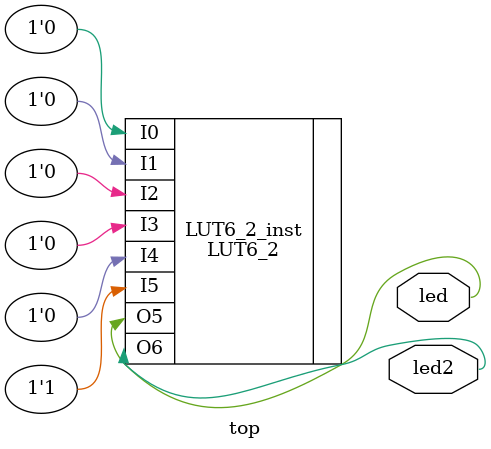
<source format=v>
module top(
    output led,
    output led2  
);
    
    LUT6_2 #(
    .INIT(64'h0000000100000001) // Specify LUT Contents
    ) LUT6_2_inst (
    .O6(led2), // 1-bit LUT6 output
    .O5(led), // 1-bit lower LUT5 output
    .I0(1'b0), // 1-bit LUT input
    .I1(1'b0), // 1-bit LUT input
    .I2(1'b0), // 1-bit LUT input
    .I3(1'b0), // 1-bit LUT input
    .I4(1'b0), // 1-bit LUT input
    .I5(1'b1)  // 1-bit LUT input (fast MUX select only available to O6 output)
    );

endmodule

</source>
